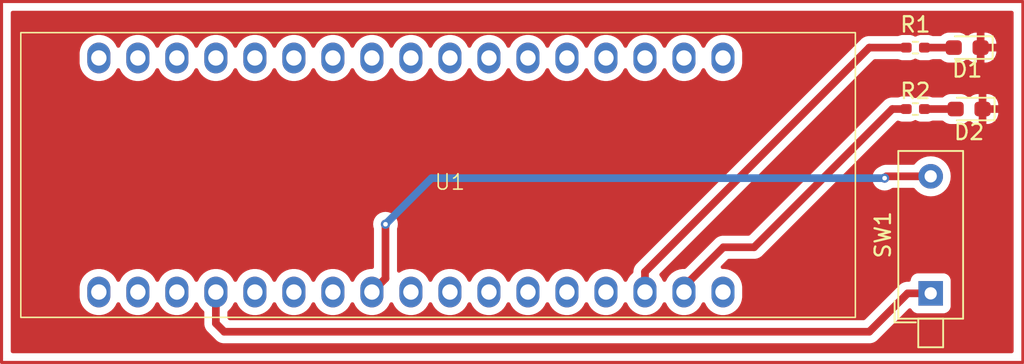
<source format=kicad_pcb>
(kicad_pcb (version 20240108) (generator "pcbnew") (generator_version "8.0")
  (layers (0 "F.Cu" signal) (31 "B.Cu" signal) (34 "B.Paste" user) (35 "F.Paste" user) (36 "B.SilkS" user "B.Silkscreen") (37 "F.SilkS" user "F.Silkscreen") (38 "B.Mask" user) (39 "F.Mask" user) (44 "Edge.Cuts" user))
  (net 0 "")
  (net 1 "Net-(D2-A)")
  (net 2 "GND")
  (net 3 "Net-(U1-IO14)")
  (net 4 "Net-(U1-IO13)")
  (net 5 "Net-(U1-IO4)")
  (net 6 "Net-(U1-3V3)")
  (net 36 "Net-(D1-A)")
  (footprint "Resistor_SMD:R_0402_1005Metric_Pad0.72x0.64mm_HandSolder" (layer "F.Cu") (at 170 81.5)
    (property "Reference" "R1" (at 0 -1.5 0) (layer "F.SilkS"))
    (property "Value" "220")
    (fp_line (start -0.167621 -0.38) (end 0.167621 -0.38) (stroke (width 0.12)) (layer "F.SilkS"))
    (fp_line (start -0.167621 0.38) (end 0.167621 0.38) (stroke (width 0.12)) (layer "F.SilkS"))
    (pad "1" smd roundrect (at -0.5975 0) (size 0.715 0.64) (layers "F.Cu" "F.Paste" "F.Mask") (net 3 "Net-(U1-IO14)"))
    (pad "2" smd roundrect (at 0.5975 0) (size 0.715 0.64) (layers "F.Cu" "F.Paste" "F.Mask") (net 36 "Net-(D1-A)"))
  )
  (footprint "LED_SMD:LED_0603_1608Metric_Pad1.05x0.95mm_HandSolder" (layer "F.Cu") (at 173.375 81.5 180)
    (property "Reference" "D1" (at 0 -1.43 0) (layer "F.SilkS"))
    (property "Value" "LED")
    (fp_line (start 0.8 -0.735) (end -1.66 -0.735) (stroke (width 0.12)) (layer "F.SilkS"))
    (fp_line (start -1.66 0.735) (end 0.8 0.735) (stroke (width 0.12)) (layer "F.SilkS"))
    (fp_line (start -1.66 -0.735) (end -1.66 0.735) (stroke (width 0.12)) (layer "F.SilkS"))
    (pad "1" smd roundrect (at -0.875 0 180) (size 1.05 0.95) (layers "F.Cu" "F.Paste" "F.Mask") (net 2 "GND"))
    (pad "2" smd roundrect (at 0.875 0 180) (size 1.05 0.95) (layers "F.Cu" "F.Paste" "F.Mask") (net 36 "Net-(D1-A)"))
  )
  (footprint "Button_Switch_THT:SW_DIP_SPSTx01_Piano_10.8x4.1mm_W7.62mm_P2.54mm" (layer "F.Cu") (at 171 97.5 90)
    (property "Reference" "SW1" (at 3.81 -3.11 90) (layer "F.SilkS"))
    (property "Value" "SW_Push")
    (fp_line (start -1.89 -2.35) (end -0.507 -2.35) (stroke (width 0.12)) (layer "F.SilkS"))
    (fp_line (start -1.89 -2.35) (end -1.89 -0.967) (stroke (width 0.12)) (layer "F.SilkS"))
    (fp_line (start 9.27 -2.11) (end 9.27 2.11) (stroke (width 0.12)) (layer "F.SilkS"))
    (fp_line (start -1.65 -2.11) (end 9.27 -2.11) (stroke (width 0.12)) (layer "F.SilkS"))
    (fp_line (start -1.65 -2.11) (end -1.65 2.11) (stroke (width 0.12)) (layer "F.SilkS"))
    (fp_line (start -1.65 -0.81) (end -1.65 0.81) (stroke (width 0.12)) (layer "F.SilkS"))
    (fp_line (start -3.51 -0.81) (end -1.65 -0.81) (stroke (width 0.12)) (layer "F.SilkS"))
    (fp_line (start -3.51 -0.81) (end -3.51 0.81) (stroke (width 0.12)) (layer "F.SilkS"))
    (fp_line (start -3.51 0.81) (end -1.65 0.81) (stroke (width 0.12)) (layer "F.SilkS"))
    (fp_line (start -1.65 2.11) (end 9.27 2.11) (stroke (width 0.12)) (layer "F.SilkS"))
    (pad "1" thru_hole rect (at 0 0 90) (size 1.6 1.6) (drill 0.8) (layers "*.Cu" "*.Mask") (net 6 "Net-(U1-3V3)"))
    (pad "2" thru_hole oval (at 7.62 0 90) (size 1.6 1.6) (drill 0.8) (layers "*.Cu" "*.Mask") (net 5 "Net-(U1-IO4)"))
  )
  (footprint "AndreasLibrary:ESP32-PROS3" (layer "F.Cu") (at 114.295 97.415)
    (property "Reference" "U1" (at 25.4 -7.16 0) (layer "F.SilkS") (effects (font (thickness 0.1))))
    (property "Value" "ProS3")
    (fp_rect (start -2.54 1.65) (end 51.8 -16.89) (stroke (width 0.1)) (fill none) (layer "F.SilkS"))
    (pad "1" thru_hole oval (at 2.54 0) (size 1.5 2) (drill 1) (layers "*.Cu" "*.Mask"))
    (pad "2" thru_hole oval (at 5.08 0) (size 1.5 2) (drill 1) (layers "*.Cu" "*.Mask"))
    (pad "3" thru_hole oval (at 7.62 0) (size 1.5 2) (drill 1) (layers "*.Cu" "*.Mask"))
    (pad "4" thru_hole oval (at 10.16 0) (size 1.5 2) (drill 1) (layers "*.Cu" "*.Mask") (net 6 "Net-(U1-3V3)"))
    (pad "5" thru_hole oval (at 12.7 0) (size 1.5 2) (drill 1) (layers "*.Cu" "*.Mask"))
    (pad "6" thru_hole oval (at 15.24 0) (size 1.5 2) (drill 1) (layers "*.Cu" "*.Mask"))
    (pad "7" thru_hole oval (at 17.78 0) (size 1.5 2) (drill 1) (layers "*.Cu" "*.Mask"))
    (pad "8" thru_hole oval (at 20.32 0) (size 1.5 2) (drill 1) (layers "*.Cu" "*.Mask") (net 5 "Net-(U1-IO4)"))
    (pad "9" thru_hole oval (at 22.86 0) (size 1.5 2) (drill 1) (layers "*.Cu" "*.Mask"))
    (pad "10" thru_hole oval (at 25.4 0) (size 1.5 2) (drill 1) (layers "*.Cu" "*.Mask"))
    (pad "11" thru_hole oval (at 27.94 0) (size 1.5 2) (drill 1) (layers "*.Cu" "*.Mask"))
    (pad "12" thru_hole oval (at 30.48 0) (size 1.5 2) (drill 1) (layers "*.Cu" "*.Mask"))
    (pad "13" thru_hole oval (at 33.02 0) (size 1.5 2) (drill 1) (layers "*.Cu" "*.Mask"))
    (pad "14" thru_hole oval (at 35.56 0) (size 1.5 2) (drill 1) (layers "*.Cu" "*.Mask"))
    (pad "15" thru_hole oval (at 38.1 0) (size 1.5 2) (drill 1) (layers "*.Cu" "*.Mask") (net 3 "Net-(U1-IO14)"))
    (pad "16" thru_hole oval (at 40.64 0) (size 1.5 2) (drill 1) (layers "*.Cu" "*.Mask") (net 4 "Net-(U1-IO13)"))
    (pad "17" thru_hole oval (at 43.18 0) (size 1.5 2) (drill 1) (layers "*.Cu" "*.Mask"))
    (pad "18" thru_hole oval (at 43.18 -15.24) (size 1.5 2) (drill 1) (layers "*.Cu" "*.Mask"))
    (pad "19" thru_hole oval (at 40.64 -15.24) (size 1.5 2) (drill 1) (layers "*.Cu" "*.Mask"))
    (pad "20" thru_hole oval (at 38.1 -15.24) (size 1.5 2) (drill 1) (layers "*.Cu" "*.Mask"))
    (pad "21" thru_hole oval (at 35.56 -15.24) (size 1.5 2) (drill 1) (layers "*.Cu" "*.Mask"))
    (pad "22" thru_hole oval (at 33.02 -15.24) (size 1.5 2) (drill 1) (layers "*.Cu" "*.Mask"))
    (pad "23" thru_hole oval (at 30.48 -15.24) (size 1.5 2) (drill 1) (layers "*.Cu" "*.Mask"))
    (pad "24" thru_hole oval (at 27.94 -15.24) (size 1.5 2) (drill 1) (layers "*.Cu" "*.Mask"))
    (pad "25" thru_hole oval (at 25.4 -15.24) (size 1.5 2) (drill 1) (layers "*.Cu" "*.Mask"))
    (pad "26" thru_hole oval (at 22.86 -15.24) (size 1.5 2) (drill 1) (layers "*.Cu" "*.Mask"))
    (pad "27" thru_hole oval (at 20.32 -15.24) (size 1.5 2) (drill 1) (layers "*.Cu" "*.Mask"))
    (pad "28" thru_hole oval (at 17.78 -15.24) (size 1.5 2) (drill 1) (layers "*.Cu" "*.Mask"))
    (pad "29" thru_hole oval (at 15.24 -15.24) (size 1.5 2) (drill 1) (layers "*.Cu" "*.Mask"))
    (pad "30" thru_hole oval (at 12.7 -15.24) (size 1.5 2) (drill 1) (layers "*.Cu" "*.Mask"))
    (pad "31" thru_hole oval (at 10.16 -15.24) (size 1.5 2) (drill 1) (layers "*.Cu" "*.Mask"))
    (pad "32" thru_hole oval (at 7.62 -15.24) (size 1.5 2) (drill 1) (layers "*.Cu" "*.Mask"))
    (pad "33" thru_hole oval (at 5.08 -15.24) (size 1.5 2) (drill 1) (layers "*.Cu" "*.Mask"))
    (pad "34" thru_hole oval (at 2.54 -15.24) (size 1.5 2) (drill 1) (layers "*.Cu" "*.Mask"))
  )
  (footprint "Resistor_SMD:R_0402_1005Metric_Pad0.72x0.64mm_HandSolder" (layer "F.Cu") (at 170 85.5)
    (property "Reference" "R2" (at 0 -1.17 0) (layer "F.SilkS"))
    (property "Value" "220")
    (fp_line (start -0.167621 -0.38) (end 0.167621 -0.38) (stroke (width 0.12)) (layer "F.SilkS"))
    (fp_line (start -0.167621 0.38) (end 0.167621 0.38) (stroke (width 0.12)) (layer "F.SilkS"))
    (pad "1" smd roundrect (at -0.5975 0) (size 0.715 0.64) (layers "F.Cu" "F.Paste" "F.Mask") (net 4 "Net-(U1-IO13)"))
    (pad "2" smd roundrect (at 0.5975 0) (size 0.715 0.64) (layers "F.Cu" "F.Paste" "F.Mask") (net 1 "Net-(D2-A)"))
  )
  (footprint "LED_SMD:LED_0603_1608Metric_Pad1.05x0.95mm_HandSolder" (layer "F.Cu") (at 173.5 85.5 180)
    (property "Reference" "D2" (at 0 -1.5 0) (layer "F.SilkS"))
    (property "Value" "LED")
    (fp_line (start 0.8 -0.735) (end -1.66 -0.735) (stroke (width 0.12)) (layer "F.SilkS"))
    (fp_line (start -1.66 0.735) (end 0.8 0.735) (stroke (width 0.12)) (layer "F.SilkS"))
    (fp_line (start -1.66 -0.735) (end -1.66 0.735) (stroke (width 0.12)) (layer "F.SilkS"))
    (pad "1" smd roundrect (at -0.875 0 180) (size 1.05 0.95) (layers "F.Cu" "F.Paste" "F.Mask") (net 2 "GND"))
    (pad "2" smd roundrect (at 0.875 0 180) (size 1.05 0.95) (layers "F.Cu" "F.Paste" "F.Mask") (net 1 "Net-(D2-A)"))
  )
  (gr_rect (start 110.5 78.5) (end 177 102) (stroke (width 0.2)) (fill none) (layer "F.Cu"))
  (segment (start 170.5975 85.5) (end 172.625 85.5) (width 0.5) (layer "F.Cu") (net 1))
  (segment (start 152.395 97.415) (end 152.395 96.105) (width 0.5) (layer "F.Cu") (net 3))
  (segment (start 152.395 96.105) (end 167 81.5) (width 0.5) (layer "F.Cu") (net 3))
  (segment (start 167 81.5) (end 169.4025 81.5) (width 0.5) (layer "F.Cu") (net 3))
  (segment (start 168.5 85.5) (end 169.4025 85.5) (width 0.5) (layer "F.Cu") (net 4))
  (segment (start 157.5 94.5) (end 159.5 94.5) (width 0.5) (layer "F.Cu") (net 4))
  (segment (start 154.935 97.415) (end 154.935 97.065) (width 0.5) (layer "F.Cu") (net 4))
  (segment (start 154.935 97.065) (end 157.5 94.5) (width 0.5) (layer "F.Cu") (net 4))
  (segment (start 159.5 94.5) (end 168.5 85.5) (width 0.5) (layer "F.Cu") (net 4))
  (segment (start 135.5 96.53) (end 134.615 97.415) (width 0.5) (layer "F.Cu") (net 5))
  (segment (start 135.5 93) (end 135.5 96.53) (width 0.5) (layer "F.Cu") (net 5))
  (segment (start 168.12 89.88) (end 168 90) (width 0.5) (layer "F.Cu") (net 5))
  (segment (start 171 89.88) (end 168.12 89.88) (width 0.5) (layer "F.Cu") (net 5))
  (via (at 135.5 93) (size 0.6) (drill 0.3) (layers "F.Cu" "B.Cu") (net 5))
  (via (at 168 90) (size 0.6) (drill 0.3) (layers "F.Cu" "B.Cu") (net 5))
  (segment (start 168 90) (end 138.5 90) (width 0.5) (layer "B.Cu") (net 5))
  (segment (start 138.5 90) (end 135.5 93) (width 0.5) (layer "B.Cu") (net 5))
  (segment (start 167 100) (end 169.5 97.5) (width 0.5) (layer "F.Cu") (net 6))
  (segment (start 125 100) (end 167 100) (width 0.5) (layer "F.Cu") (net 6))
  (segment (start 124.455 97.415) (end 124.455 99.455) (width 0.5) (layer "F.Cu") (net 6))
  (segment (start 124.455 99.455) (end 125 100) (width 0.5) (layer "F.Cu") (net 6))
  (segment (start 169.5 97.5) (end 171 97.5) (width 0.5) (layer "F.Cu") (net 6))
  (segment (start 170.5975 81.5) (end 172.5 81.5) (width 0.5) (layer "F.Cu") (net 36))
  (zone (net 2) (net_name "GND") (layer "F.Cu") (connect_pads (clearance 0.5)) (min_thickness 0.25) (fill yes (thermal_gap 0.5) (thermal_bridge_width 0.5))
    (polygon (pts (xy 110.5 78.5) (xy 177 78.5) (xy 177 102) (xy 110.5 102)))
  )
)
</source>
